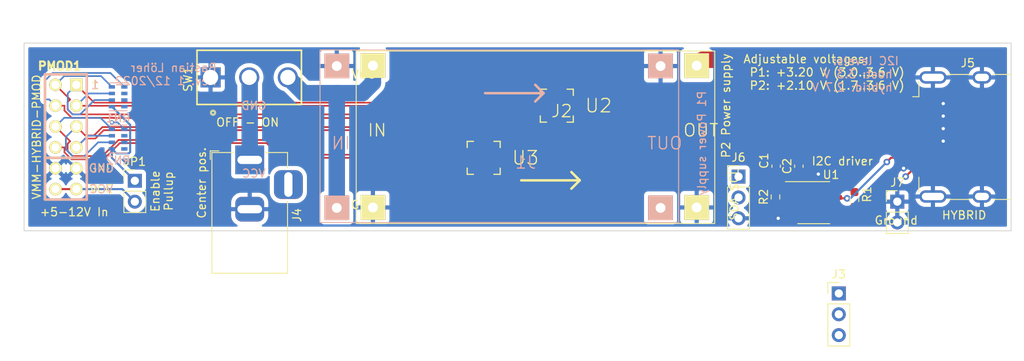
<source format=kicad_pcb>
(kicad_pcb (version 20211014) (generator pcbnew)
  (title_block (comment 4 "AISLER Project ID: AQCJHEKR"))
  (layers (0 "F.Cu" signal) (1 "In1.Cu" signal) (2 "In2.Cu" signal) (31 "B.Cu" signal) (34 "B.Paste" user) (35 "F.Paste" user) (36 "B.SilkS" user "B.Silkscreen") (37 "F.SilkS" user "F.Silkscreen") (38 "B.Mask" user) (39 "F.Mask" user) (44 "Edge.Cuts" user))
  (net 0 "")
  (net 1 "VCC")
  (net 2 "GND")
  (net 3 "/P1")
  (net 4 "/P2")
  (net 5 "/DATA1_P")
  (net 6 "/DATA1_N")
  (net 7 "/DATA2_P")
  (net 8 "/DATA2_N")
  (net 9 "+3.3V")
  (net 10 "/CONTROL_P")
  (net 11 "/CONTROL_N")
  (net 12 "/CLOCK_P")
  (net 13 "/CLOCK_N")
  (net 14 "/MASTER_SLAVE")
  (net 15 "Net-(J1-Pad1)")
  (net 16 "/SCL_vmm")
  (net 17 "/SCL")
  (net 18 "/SDA")
  (net 19 "/SDA_vmm")
  (net 20 "Net-(JP1-Pad1)")
  (net 21 "/DATA1_HDMI_P")
  (net 22 "/DATA1_HDMI_N")
  (net 23 "/DATA2_HDMI_P")
  (net 24 "/DATA2_HDMI_N")
  (net 25 "/CONTROL_HDMI_P")
  (net 26 "/CONTROL_HDMI_N")
  (net 27 "/CLOCK_HDMI_P")
  (net 28 "/CLOCK_HDMI_N")
  (footprint "DS25CP102TSQ:QFN50P400X400X80-17N" (layer "F.Cu") (at 152.4 80.01)
    (fp_text reference "U3" (at 5.08 0) (layer "F.SilkS") (effects (font (size 1.640598 1.640598))))
    (fp_text value "DS25CP102TSQ/NOPB")
    (fp_line (start -2.0066 1.2446) (end -2.0066 2.0066) (layer "F.SilkS") (width 0.1524))
    (fp_line (start -2.0066 -2.0066) (end -2.0066 -1.2446) (layer "F.SilkS") (width 0.1524))
    (fp_line (start -1.2446 -2.0066) (end -2.0066 -2.0066) (layer "F.SilkS") (width 0.1524))
    (fp_line (start 1.2446 2.0066) (end 2.0066 2.0066) (layer "F.SilkS") (width 0.1524))
    (fp_line (start -2.0066 2.0066) (end -1.2446 2.0066) (layer "F.SilkS") (width 0.1524))
    (fp_line (start 2.0066 -2.0066) (end 1.2446 -2.0066) (layer "F.SilkS") (width 0.1524))
    (fp_line (start 2.0066 -1.2446) (end 2.0066 -2.0066) (layer "F.SilkS") (width 0.1524))
    (fp_line (start 2.0066 2.0066) (end 2.0066 1.2446) (layer "F.SilkS") (width 0.1524))
    (pad "1" smd rect locked (at -1.9558 -0.762 270) (size 0.3048 0.8128) (layers "F.Cu" "F.Paste" "F.Mask") (net 10 "/CONTROL_P"))
    (pad "2" smd rect locked (at -1.9558 -0.254 270) (size 0.3048 0.8128) (layers "F.Cu" "F.Paste" "F.Mask") (net 11 "/CONTROL_N"))
    (pad "3" smd rect locked (at -1.9558 0.254 270) (size 0.3048 0.8128) (layers "F.Cu" "F.Paste" "F.Mask") (net 12 "/CLOCK_P"))
    (pad "4" smd rect locked (at -1.9558 0.762 270) (size 0.3048 0.8128) (layers "F.Cu" "F.Paste" "F.Mask") (net 13 "/CLOCK_N"))
    (pad "5" smd rect locked (at -0.762 1.9558 180) (size 0.3048 0.8128) (layers "F.Cu" "F.Paste" "F.Mask") (net 2 "GND"))
    (pad "6" smd rect locked (at -0.254 1.9558 180) (size 0.3048 0.8128) (layers "F.Cu" "F.Paste" "F.Mask") (net 2 "GND"))
    (pad "7" smd rect locked (at 0.254 1.9558 180) (size 0.3048 0.8128) (layers "F.Cu" "F.Paste" "F.Mask") (net 2 "GND"))
    (pad "8" smd rect locked (at 0.762 1.9558 180) (size 0.3048 0.8128) (layers "F.Cu" "F.Paste" "F.Mask") (net 9 "+3.3V"))
    (pad "9" smd rect locked (at 1.9558 0.762 270) (size 0.3048 0.8128) (layers "F.Cu" "F.Paste" "F.Mask") (net 28 "/CLOCK_HDMI_N"))
    (pad "10" smd rect locked (at 1.9558 0.254 270) (size 0.3048 0.8128) (layers "F.Cu" "F.Paste" "F.Mask") (net 27 "/CLOCK_HDMI_P"))
    (pad "11" smd rect locked (at 1.9558 -0.254 270) (size 0.3048 0.8128) (layers "F.Cu" "F.Paste" "F.Mask") (net 26 "/CONTROL_HDMI_N"))
    (pad "12" smd rect locked (at 1.9558 -0.762 270) (size 0.3048 0.8128) (layers "F.Cu" "F.Paste" "F.Mask") (net 25 "/CONTROL_HDMI_P"))
    (pad "13" smd rect locked (at 0.762 -1.9558 180) (size 0.3048 0.8128) (layers "F.Cu" "F.Paste" "F.Mask") (net 9 "+3.3V"))
    (pad "14" smd rect locked (at 0.254 -1.9558 180) (size 0.3048 0.8128) (layers "F.Cu" "F.Paste" "F.Mask") (net 9 "+3.3V"))
    (pad "15" smd rect locked (at -0.254 -1.9558 180) (size 0.3048 0.8128) (layers "F.Cu" "F.Paste" "F.Mask") (net 9 "+3.3V"))
    (pad "16" smd rect locked (at -0.762 -1.9558 180) (size 0.3048 0.8128) (layers "F.Cu" "F.Paste" "F.Mask") (net 9 "+3.3V"))
    (pad "17" smd rect locked (at 0 0) (size 2.5908 2.5908) (layers "F.Cu" "F.Paste" "F.Mask") (net 2 "GND"))
  )
  (footprint "Connector_PinHeader_2.54mm:PinHeader_1x03_P2.54mm_Vertical" (layer "F.Cu") (at 195.58 96.52)
    (fp_text reference "J3" (at 0 -2.33) (layer "F.SilkS"))
    (fp_text value "I2C Connector")
    (fp_line (start -1.33 6.41) (end 1.33 6.41) (layer "F.SilkS") (width 0.12))
    (fp_line (start -1.33 1.27) (end 1.33 1.27) (layer "F.SilkS") (width 0.12))
    (fp_line (start -1.33 1.27) (end -1.33 6.41) (layer "F.SilkS") (width 0.12))
    (fp_line (start -1.33 -1.33) (end 0 -1.33) (layer "F.SilkS") (width 0.12))
    (fp_line (start 1.33 1.27) (end 1.33 6.41) (layer "F.SilkS") (width 0.12))
    (fp_line (start -1.33 0) (end -1.33 -1.33) (layer "F.SilkS") (width 0.12))
    (pad "1" thru_hole rect (at 0 0) (size 1.7 1.7) (drill 1) (layers *.Cu *.Mask) (net 16 "/SCL_vmm"))
    (pad "2" thru_hole oval (at 0 2.54) (size 1.7 1.7) (drill 1) (layers *.Cu *.Mask) (net 19 "/SDA_vmm"))
    (pad "3" thru_hole oval (at 0 5.08) (size 1.7 1.7) (drill 1) (layers *.Cu *.Mask) (net 2 "GND"))
  )
  (footprint "Connector_HDMI:HDMI_A_Molex_208658-1001_Horizontal" (layer "F.Cu") (at 209.55 77.47)
    (fp_text reference "J5" (at 1.715 -9) (layer "F.SilkS"))
    (fp_text value "HDMI_A")
    (fp_line (start 4.815 -7.61) (end 6.915 -7.61) (layer "F.SilkS") (width 0.12))
    (fp_line (start -4.235 -4.9) (end -4.235 -6.7) (layer "F.SilkS") (width 0.12))
    (fp_line (start -4.235 6.7) (end -4.235 4.9) (layer "F.SilkS") (width 0.12))
    (fp_line (start -4.985 -4.9) (end -4.235 -4.9) (layer "F.SilkS") (width 0.12))
    (fp_line (start 4.815 7.61) (end 6.915 7.61) (layer "F.SilkS") (width 0.12))
    (fp_line (start -0.685 7.61) (end 2.115 7.61) (layer "F.SilkS") (width 0.12))
    (fp_line (start -0.685 -7.61) (end 2.115 -7.61) (layer "F.SilkS") (width 0.12))
    (pad "1" smd rect (at -3.285 -4.5) (size 2.6 0.3) (layers "F.Cu" "F.Paste" "F.Mask") (net 21 "/DATA1_HDMI_P"))
    (pad "2" smd rect (at -3.285 -4) (size 2.6 0.3) (layers "F.Cu" "F.Paste" "F.Mask") (net 2 "GND"))
    (pad "3" smd rect (at -3.285 -3.5) (size 2.6 0.3) (layers "F.Cu" "F.Paste" "F.Mask") (net 22 "/DATA1_HDMI_N"))
    (pad "4" smd rect (at -3.285 -3) (size 2.6 0.3) (layers "F.Cu" "F.Paste" "F.Mask") (net 23 "/DATA2_HDMI_P"))
    (pad "5" smd rect (at -3.285 -2.5) (size 2.6 0.3) (layers "F.Cu" "F.Paste" "F.Mask") (net 2 "GND"))
    (pad "6" smd rect (at -3.285 -2) (size 2.6 0.3) (layers "F.Cu" "F.Paste" "F.Mask") (net 24 "/DATA2_HDMI_N"))
    (pad "7" smd rect (at -3.285 -1.5) (size 2.6 0.3) (layers "F.Cu" "F.Paste" "F.Mask") (net 25 "/CONTROL_HDMI_P"))
    (pad "8" smd rect (at -3.285 -1) (size 2.6 0.3) (layers "F.Cu" "F.Paste" "F.Mask") (net 2 "GND"))
    (pad "9" smd rect (at -3.285 -0.5) (size 2.6 0.3) (layers "F.Cu" "F.Paste" "F.Mask") (net 26 "/CONTROL_HDMI_N"))
    (pad "10" smd rect (at -3.285 0) (size 2.6 0.3) (layers "F.Cu" "F.Paste" "F.Mask") (net 27 "/CLOCK_HDMI_P"))
    (pad "11" smd rect (at -3.285 0.5) (size 2.6 0.3) (layers "F.Cu" "F.Paste" "F.Mask") (net 2 "GND"))
    (pad "12" smd rect (at -3.285 1) (size 2.6 0.3) (layers "F.Cu" "F.Paste" "F.Mask") (net 28 "/CLOCK_HDMI_N"))
    (pad "13" smd rect (at -3.285 1.5) (size 2.6 0.3) (layers "F.Cu" "F.Paste" "F.Mask") (net 14 "/MASTER_SLAVE"))
    (pad "14" smd rect (at -3.285 2) (size 2.6 0.3) (layers "F.Cu" "F.Paste" "F.Mask") (net 4 "/P2"))
    (pad "15" smd rect (at -3.285 2.5) (size 2.6 0.3) (layers "F.Cu" "F.Paste" "F.Mask") (net 16 "/SCL_vmm"))
    (pad "16" smd rect (at -3.285 3) (size 2.6 0.3) (layers "F.Cu" "F.Paste" "F.Mask") (net 19 "/SDA_vmm"))
    (pad "17" smd rect (at -3.285 3.5) (size 2.6 0.3) (layers "F.Cu" "F.Paste" "F.Mask") (net 2 "GND"))
    (pad "18" smd rect (at -3.285 4) (size 2.6 0.3) (layers "F.Cu" "F.Paste" "F.Mask") (net 3 "/P1"))
    (pad "19" smd rect (at -3.285 4.5) (size 2.6 0.3) (layers "F.Cu" "F.Paste" "F.Mask") (net 4 "/P2"))
    (pad "SH" thru_hole oval (at -2.525 -7.25) (size 3.3 1.5) (drill oval 2.7 0.9) (layers *.Cu *.Mask) (net 2 "GND"))
    (pad "SH" thru_hole oval (at -2.525 7.25) (size 3.3 1.5) (drill oval 2.7 0.9) (layers *.Cu *.Mask) (net 2 "GND"))
    (pad "SH" thru_hole oval (at 3.435 7.25) (size 2.3 1.5) (drill oval 1.7 0.9) (layers *.Cu *.Mask) (net 2 "GND"))
    (pad "SH" thru_hole oval (at 3.435 -7.25) (size 2.3 1.5) (drill oval 1.7 0.9) (layers *.Cu *.Mask) (net 2 "GND"))
  )
  (footprint "Capacitor_SMD:C_0603_1608Metric_Pad1.08x0.95mm_HandSolder" (layer "F.Cu") (at 187.96 81.026 90)
    (fp_text reference "C1" (at 0.6604 -1.4732 90) (layer "F.SilkS"))
    (fp_text value "1u")
    (fp_line (start -0.146267 -0.51) (end 0.146267 -0.51) (layer "F.SilkS") (width 0.12))
    (fp_line (start -0.146267 0.51) (end 0.146267 0.51) (layer "F.SilkS") (width 0.12))
    (pad "1" smd roundrect (at -0.8625 0 90) (size 1.075 0.95) (layers "F.Cu" "F.Paste" "F.Mask") (net 9 "+3.3V"))
    (pad "2" smd roundrect (at 0.8625 0 90) (size 1.075 0.95) (layers "F.Cu" "F.Paste" "F.Mask") (net 2 "GND"))
  )
  (footprint "DS25CP102TSQ:QFN50P400X400X80-17N" (layer "F.Cu") (at 161.29 73.66)
    (fp_text reference "U2" (at 5.08 0) (layer "F.SilkS") (effects (font (size 1.640598 1.640598))))
    (fp_text value "DS25CP102TSQ/NOPB")
    (fp_line (start -2.0066 1.2446) (end -2.0066 2.0066) (layer "F.SilkS") (width 0.1524))
    (fp_line (start -1.2446 -2.0066) (end -2.0066 -2.0066) (layer "F.SilkS") (width 0.1524))
    (fp_line (start -2.0066 2.0066) (end -1.2446 2.0066) (layer "F.SilkS") (width 0.1524))
    (fp_line (start 2.0066 -1.2446) (end 2.0066 -2.0066) (layer "F.SilkS") (width 0.1524))
    (fp_line (start 1.2446 2.0066) (end 2.0066 2.0066) (layer "F.SilkS") (width 0.1524))
    (fp_line (start -2.0066 -2.0066) (end -2.0066 -1.2446) (layer "F.SilkS") (width 0.1524))
    (fp_line (start 2.0066 2.0066) (end 2.0066 1.2446) (layer "F.SilkS") (width 0.1524))
    (fp_line (start 2.0066 -2.0066) (end 1.2446 -2.0066) (layer "F.SilkS") (width 0.1524))
    (pad "1" smd rect locked (at -1.9558 -0.762 270) (size 0.3048 0.8128) (layers "F.Cu" "F.Paste" "F.Mask") (net 21 "/DATA1_HDMI_P"))
    (pad "2" smd rect locked (at -1.9558 -0.254 270) (size 0.3048 0.8128) (layers "F.Cu" "F.Paste" "F.Mask") (net 22 "/DATA1_HDMI_N"))
    (pad "3" smd rect locked (at -1.9558 0.254 270) (size 0.3048 0.8128) (layers "F.Cu" "F.Paste" "F.Mask") (net 23 "/DATA2_HDMI_P"))
    (pad "4" smd rect locked (at -1.9558 0.762 270) (size 0.3048 0.8128) (layers "F.Cu" "F.Paste" "F.Mask") (net 24 "/DATA2_HDMI_N"))
    (pad "5" smd rect locked (at -0.762 1.9558 180) (size 0.3048 0.8128) (layers "F.Cu" "F.Paste" "F.Mask") (net 2 "GND"))
    (pad "6" smd rect locked (at -0.254 1.9558 180) (size 0.3048 0.8128) (layers "F.Cu" "F.Paste" "F.Mask") (net 9 "+3.3V"))
    (pad "7" smd rect locked (at 0.254 1.9558 180) (size 0.3048 0.8128) (layers "F.Cu" "F.Paste" "F.Mask") (net 2 "GND"))
    (pad "8" smd rect locked (at 0.762 1.9558 180) (size 0.3048 0.8128) (layers "F.Cu" "F.Paste" "F.Mask") (net 9 "+3.3V"))
    (pad "9" smd rect locked (at 1.9558 0.762 270) (size 0.3048 0.8128) (layers "F.Cu" "F.Paste" "F.Mask") (net 8 "/DATA2_N"))
    (pad "10" smd rect locked (at 1.9558 0.254 270) (size 0.3048 0.8128) (layers "F.Cu" "F.Paste" "F.Mask") (net 7 "/DATA2_P"))
    (pad "11" smd rect locked (at 1.9558 -0.254 270) (size 0.3048 0.8128) (layers "F.Cu" "F.Paste" "F.Mask") (net 6 "/DATA1_N"))
    (pad "12" smd rect locked (at 1.9558 -0.762 270) (size 0.3048 0.8128) (layers "F.Cu" "F.Paste" "F.Mask") (net 5 "/DATA1_P"))
    (pad "13" smd rect locked (at 0.762 -1.9558 180) (size 0.3048 0.8128) (layers "F.Cu" "F.Paste" "F.Mask") (net 9 "+3.3V"))
    (pad "14" smd rect locked (at 0.254 -1.9558 180) (size 0.3048 0.8128) (layers "F.Cu" "F.Paste" "F.Mask") (net 9 "+3.3V"))
    (pad "15" smd rect locked (at -0.254 -1.9558 180) (size 0.3048 0.8128) (layers "F.Cu" "F.Paste" "F.Mask") (net 2 "GND"))
    (pad "16" smd rect locked (at -0.762 -1.9558 180) (size 0.3048 0.8128) (layers "F.Cu" "F.Paste" "F.Mask") (net 9 "+3.3V"))
    (pad "17" smd rect locked (at 0 0) (size 2.5908 2.5908) (layers "F.Cu" "F.Paste" "F.Mask") (net 2 "GND"))
  )
  (footprint "Connector_PinHeader_2.54mm:PinHeader_1x03_P2.54mm_Vertical" (layer "F.Cu") (at 183.388 82.296)
    (fp_text reference "J6" (at 0 -2.33) (layer "F.SilkS"))
    (fp_text value "I2C Connector")
    (fp_line (start -1.33 6.41) (end 1.33 6.41) (layer "F.SilkS") (width 0.12))
    (fp_line (start -1.33 1.27) (end 1.33 1.27) (layer "F.SilkS") (width 0.12))
    (fp_line (start 1.33 1.27) (end 1.33 6.41) (layer "F.SilkS") (width 0.12))
    (fp_line (start -1.33 0) (end -1.33 -1.33) (layer "F.SilkS") (width 0.12))
    (fp_line (start -1.33 1.27) (end -1.33 6.41) (layer "F.SilkS") (width 0.12))
    (fp_line (start -1.33 -1.33) (end 0 -1.33) (layer "F.SilkS") (width 0.12))
    (pad "1" thru_hole rect (at 0 0) (size 1.7 1.7) (drill 1) (layers *.Cu *.Mask) (net 17 "/SCL"))
    (pad "2" thru_hole oval (at 0 2.54) (size 1.7 1.7) (drill 1) (layers *.Cu *.Mask) (net 18 "/SDA"))
    (pad "3" thru_hole oval (at 0 5.08) (size 1.7 1.7) (drill 1) (layers *.Cu *.Mask) (net 2 "GND"))
  )
  (footprint "Resistor_SMD:R_0603_1608Metric_Pad0.98x0.95mm_HandSolder" (layer "F.Cu") (at 187.88065 84.773007 90)
    (fp_text reference "R2" (at 0 -1.43 90) (layer "F.SilkS"))
    (fp_text value "1k")
    (fp_line (start -0.254724 0.5225) (end 0.254724 0.5225) (layer "F.SilkS") (width 0.12))
    (fp_line (start -0.254724 -0.5225) (end 0.254724 -0.5225) (layer "F.SilkS") (width 0.12))
    (pad "1" smd roundrect (at -0.9125 0 90) (size 0.975 0.95) (layers "F.Cu" "F.Paste" "F.Mask") (net 9 "+3.3V"))
    (pad "2" smd roundrect (at 0.9125 0 90) (size 0.975 0.95) (layers "F.Cu" "F.Paste" "F.Mask") (net 18 "/SDA"))
  )
  (footprint "Connector_PinHeader_2.54mm:PinHeader_1x02_P2.54mm_Vertical" (layer "F.Cu") (at 202.692 85.344)
    (fp_text reference "J7" (at 0 -2.33) (layer "F.SilkS"))
    (fp_text value "Ground Pin")
    (fp_line (start -1.33 0) (end -1.33 -1.33) (layer "F.SilkS") (width 0.12))
    (fp_line (start -1.33 1.27) (end -1.33 3.87) (layer "F.SilkS") (width 0.12))
    (fp_line (start -1.33 -1.33) (end 0 -1.33) (layer "F.SilkS") (width 0.12))
    (fp_line (start -1.33 3.87) (end 1.33 3.87) (layer "F.SilkS") (width 0.12))
    (fp_line (start -1.33 1.27) (end 1.33 1.27) (layer "F.SilkS") (width 0.12))
    (fp_line (start 1.33 1.27) (end 1.33 3.87) (layer "F.SilkS") (width 0.12))
    (pad "1" thru_hole rect (at 0 0) (size 1.7 1.7) (drill 1) (layers *.Cu *.Mask) (net 2 "GND"))
    (pad "2" thru_hole oval (at 0 2.54) (size 1.7 1.7) (drill 1) (layers *.Cu *.Mask) (net 2 "GND"))
  )
  (footprint "cuk1101M2S3CQE2:SW_1101M2S3CQE2" (layer "F.Cu") (at 123.891286 70.216348 90)
    (fp_text reference "SW1" (at -0.22543 -7.44928 90) (layer "F.SilkS") (effects (font (size 1.001921 1.001921))))
    (fp_text value "SW_SPST")
    (fp_line (start -3.3 6.35) (end -3.3 -6.35) (layer "F.SilkS") (width 0.2))
    (fp_line (start -3.3 -6.35) (end 3.3 -6.35) (layer "F.SilkS") (width 0.2))
    (fp_line (start 3.3 6.35) (end -3.3 6.35) (layer "F.SilkS") (width 0.2))
    (fp_line (start 3.3 -6.35) (end 3.3 6.35) (layer "F.SilkS") (width 0.2))
    (fp_circle (center -4.3 -4.4) (end -4.076394 -4.4) (layer "F.SilkS") (width 0.05) (fill none))
    (fp_circle (center -4.3 -4.4) (end -3.939447 -4.4) (layer "F.SilkS") (width 0.05) (fill none))
    (fp_circle (center -4.3 -4.4) (end -4.076394 -4.4) (layer "F.SilkS") (width 0.05) (fill none))
    (fp_circle (center -4.3 -4.4) (end -4.017159 -4.4) (layer "F.SilkS") (width 0.05) (fill none))
    (fp_circle (center -4.3 -4.4) (end -4.076394 -4.4) (layer "F.SilkS") (width 0.05) (fill none))
    (fp_circle (center -4.3 -4.4) (end -4.158581 -4.4) (layer "F.SilkS") (width 0.05) (fill none))
    (pad "1" thru_hole rect locked (at 0 -4.7 90) (size 2.45 2.45) (drill 1.85) (layers *.Cu *.Mask) (net 2 "GND"))
    (pad "2" thru_hole circle locked (at 0 0 90) (size 2.45 2.45) (drill 1.85) (layers *.Cu *.Mask) (net 1 "VCC"))
    (pad "3" thru_hole circle locked (at 0 4.7 90) (size 2.45 2.45) (drill 1.85) (layers *.Cu *.Mask) (net 15 "Net-(J1-Pad1)"))
  )
  (footprint "pmod-conn_6x2:pmod_pin_array_6x2" (layer "F.Cu") (at 101.6 77.47)
    (fp_text reference "PMOD1" (at -0.762 -8.636) (layer "F.SilkS") (effects (font (size 1.016 1.016) (thickness 0.254))))
    (fp_text value "PMOD-Device-x2-Type-XHS" hide)
    (fp_text user "1" (at 3.556 -6.35) (layer "B.SilkS") (effects (justify mirror)))
    (fp_text user "VCC" (at 4.318 6.35) (layer "B.SilkS") (effects (justify mirror)))
    (fp_text user "GND" (at 4.318 3.81) (layer "B.SilkS") (effects (justify mirror)))
    (fp_text user "1" (at 3.556 -6.35) (layer "F.SilkS"))
    (fp_text user "VCC" (at 4.318 6.35) (layer "F.SilkS"))
    (fp_text user "GND" (at 4.318 3.81) (layer "F.SilkS"))
    (fp_line (start 2.54 7.62) (end 2.54 -7.62) (layer "B.SilkS") (width 0.3048))
    (fp_line (start 2.54 -7.62) (end -2.54 -7.62) (layer "B.SilkS") (width 0.3048))
    (fp_line (start 2.54 2.54) (end -2.54 2.54) (layer "B.SilkS") (width 0.3048))
    (fp_line (start -2.54 -7.62) (end -2.54 7.62) (layer "B.SilkS") (width 0.3048))
    (fp_line (start -2.54 7.62) (end 2.54 7.62) (layer "B.SilkS") (width 0.3048))
    (fp_line (start -2.54 -7.62) (end -2.54 7.62) (layer "F.SilkS") (width 0.3048))
    (fp_line (start 2.54 7.62) (end 2.54 -7.62) (layer "F.SilkS") (width 0.3048))
    (fp_line (start 2.54 -7.62) (end -2.54 -7.62) (layer "F.SilkS") (width 0.3048))
    (fp_line (start -2.54 7.62) (end 2.54 7.62) (layer "F.SilkS") (width 0.3048))
    (fp_line (start 2.54 2.54) (end -2.54 2.54) (layer "F.SilkS") (width 0.3048))
    (pad "1" thru_hole rect locked (at 1.27 -6.35) (size 1.524 1.524) (drill 1.016) (layers *.Cu *.Mask "F.SilkS") (net 5 "/DATA1_P"))
    (pad "2" thru_hole circle locked (at 1.27 -3.81 270) (size 1.524 1.524) (drill 1.016) (layers *.Cu *.Mask "F.SilkS") (net 6 "/DATA1_N"))
    (pad "3" thru_hole circle locked (at 1.27 -1.27 270) (size 1.524 1.524) (drill 1.016) (layers *.Cu *.Mask "F.SilkS") (net 10 "/CONTROL_P"))
    (pad "4" thru_hole circle locked (at 1.27 1.27 270) (size 1.524 1.524) (drill 1.016) (layers *.Cu *.Mask "F.SilkS") (net 11 "/CONTROL_N"))
    (pad "5" thru_hole circle locked (at 1.27 3.81 270) (size 1.524 1.524) (drill 1.016) (layers *.Cu *.Mask "F.SilkS") (net 2 "GND"))
    (pad "6" thru_hole circle locked (at 1.27 6.35 270) (size 1.524 1.524) (drill 1.016) (layers *.Cu *.Mask "F.SilkS") (net 9 "+3.3V"))
    (pad "7" thru_hole circle locked (at -1.27 -6.35 270) (size 1.524 1.524) (drill 1.016) (layers *.Cu *.Mask "F.SilkS") (net 7 "/DATA2_P"))
    (pad "8" thru_hole circle locked (at -1.27 -3.81 270) (size 1.524 1.524) (drill 1.016) (layers *.Cu *.Mask "F.SilkS") (net 8 "/DATA2_N"))
    (pad "9" thru_hole circle locked (at -1.27 -1.27 270) (size 1.524 1.524) (drill 1.016) (layers *.Cu *.Mask "F.SilkS") (net 12 "/CLOCK_P"))
    (pad "10" thru_hole circle locked (at -1.27 1.27 270) (size 1.524 1.524) (drill 1.016) (layers *.Cu *.Mask "F.SilkS") (net 13 "/CLOCK_N"))
    (pad "11" thru_hole circle locked (at -1.27 3.81 270) (size 1.524 1.524) (drill 1.016) (layers *.Cu *.Mask "F.SilkS") (net 2 "GND"))
    (pad "12" thru_hole circle locked (at -1.27 6.35 270) (size 1.524 1.524) (drill 1.016) (layers *.Cu *.Mask "F.SilkS") (net 9 "+3.3V"))
  )
  (footprint "Resistor_SMD:R_0603_1608Metric_Pad0.98x0.95mm_HandSolder" (layer "F.Cu") (at 197.485 85.09 -90)
    (fp_text reference "R1" (at -0.635 -1.524 90) (layer "F.SilkS"))
    (fp_text value "1k")
    (fp_line (start -0.254724 0.5225) (end 0.254724 0.5225) (layer "F.SilkS") (width 0.12))
    (fp_line (start -0.254724 -0.5225) (end 0.254724 -0.5225) (layer "F.SilkS") (width 0.12))
    (pad "1" smd roundrect (at -0.9125 0 270) (size 0.975 0.95) (layers "F.Cu" "F.Paste" "F.Mask") (net 9 "+3.3V"))
    (pad "2" smd roundrect (at 0.9125 0 270) (size 0.975 0.95) (layers "F.Cu" "F.Paste" "F.Mask") (net 17 "/SCL"))
  )
  (footprint "Connector_BarrelJack:BarrelJack_Horizontal" (layer "F.Cu") (at 123.952 80.264 90)
    (fp_text reference "J4" (at -6.731 5.75 90) (layer "F.SilkS"))
    (fp_text value "Jack-DC")
    (fp_line (start -5 4.6) (end -13.8 4.6) (layer "F.SilkS") (width 0.12))
    (fp_line (start 0.9 4.6) (end -1 4.6) (layer "F.SilkS") (width 0.12))
    (fp_line (start 0.05 -4.8) (end 1.1 -4.8) (layer "F.SilkS") (width 0.12))
    (fp_line (start -13.8 4.6) (end -13.8 -4.6) (layer "F.SilkS") (width 0.12))
    (fp_line (start 1.1 -3.75) (end 1.1 -4.8) (layer "F.SilkS") (width 0.12))
    (fp_line (start 0.9 -4.6) (end 0.9 -2) (layer "F.SilkS") (width 0.12))
    (fp_line (start -13.8 -4.6) (end 0.9 -4.6) (layer "F.SilkS") (width 0.12))
    (fp_line (start 0.9 1.9) (end 0.9 4.6) (layer "F.SilkS") (width 0.12))
    (pad "1" thru_hole rect (at 0 0 90) (size 3.5 3.5) (drill oval 1 3) (layers *.Cu *.Mask) (net 1 "VCC"))
    (pad "2" thru_hole roundrect (at -6 0 90) (size 3 3.5) (drill oval 1 3) (layers *.Cu *.Mask) (net 2 "GND"))
    (pad "3" thru_hole roundrect (at -3 4.7 90) (size 3.5 3.5) (drill oval 3 1) (layers *.Cu *.Mask))
  )
  (footprint "Connector_PinHeader_2.54mm:PinHeader_1x02_P2.54mm_Vertical" (layer "F.Cu") (at 109.982 82.804)
    (fp_text reference "JP1" (at 0 -2.33) (layer "F.SilkS"))
    (fp_text value "TMDS_Pullup_enable")
    (fp_line (start -1.33 1.27) (end -1.33 3.87) (layer "F.SilkS") (width 0.12))
    (fp_line (start -1.33 3.87) (end 1.33 3.87) (layer "F.SilkS") (width 0.12))
    (fp_line (start -1.33 1.27) (end 1.33 1.27) (layer "F.SilkS") (width 0.12))
    (fp_line (start -1.33 -1.33) (end 0 -1.33) (layer "F.SilkS") (width 0.12))
    (fp_line (start 1.33 1.27) (end 1.33 3.87) (layer "F.SilkS") (width 0.12))
    (fp_line (start -1.33 0) (end -1.33 -1.33) (layer "F.SilkS") (width 0.12))
    (pad "1" thru_hole rect (at 0 0) (size 1.7 1.7) (drill 1) (layers *.Cu *.Mask) (net 20 "Net-(JP1-Pad1)"))
    (pad "2" thru_hole oval (at 0 2.54) (size 1.7 1.7) (drill 1) (layers *.Cu *.Mask) (net 9 "+3.3V"))
  )
  (footprint "DC_DC_LM2596_small:DC_DC_LM2596_small_short" (layer "F.Cu") (at 161.7912 76.6572)
    (fp_text reference "J2" (at 0.1016 -2.3368 180) (layer "F.SilkS") (effects (font (size 1.5 1.5))))
    (fp_text value "P2 Power supply" (at 20.0728 -2.9972 90) (layer "F.SilkS"))
    (fp_text user "OUT" (at 17.018 0 180) (layer "F.SilkS") (effects (font (size 1.5 1.5))))
    (fp_text user "IN" (at -22.352 0 180) (layer "F.SilkS") (effects (font (size 1.5 1.5))))
    (fp_line (start -4.826 6.096) (end 2.286 6.096) (layer "F.SilkS") (width 0.3))
    (fp_line (start 2.286 6.096) (end 1.27 7.112) (layer "F.SilkS") (width 0.3))
    (fp_line (start 1.27 5.08) (end 2.286 6.096) (layer "F.SilkS") (width 0.12))
    (fp_line (start 2.286 6.096) (end 1.27 5.08) (layer "F.SilkS") (width 0.3))
    (fp_rect (start -24.892 -9.652) (end 18.708 11.348) (layer "F.SilkS") (width 0.12) (fill none))
    (pad "1" thru_hole rect (at -22.86 -7.874) (size 3 3) (drill 1.2) (layers *.Cu *.Mask "F.SilkS") (net 15 "Net-(J1-Pad1)"))
    (pad "2" thru_hole rect (at -22.86 9.398) (size 3 3) (drill 1.2) (layers *.Cu *.Mask "F.SilkS") (net 2 "GND"))
    (pad "3" thru_hole rect (at 16.51 -7.874) (size 3 3) (drill 1.2) (layers *.Cu *.Mask "F.SilkS") (net 4 "/P2"))
    (pad "4" thru_hole rect (at 16.51 9.398) (size 3 3) (drill 1.2) (layers *.Cu *.Mask "F.SilkS") (net 2 "GND"))
  )
  (footprint "Capacitor_SMD:C_0603_1608Metric_Pad1.08x0.95mm_HandSolder" (layer "F.Cu") (at 190.724 81.026 90)
    (fp_text reference "C2" (at 0 -1.43 90) (layer "F.SilkS"))
    (fp_text value "100n")
    (fp_line (start -0.146267 -0.51) (end 0.146267 -0.51) (layer "F.SilkS") (width 0.12))
    (fp_line (start -0.146267 0.51) (end 0.146267 0.51) (layer "F.SilkS") (width 0.12))
    (pad "1" smd roundrect (at -0.8625 0 90) (size 1.075 0.95) (layers "F.Cu" "F.Paste" "F.Mask") (net 9 "+3.3V"))
    (pad "2" smd roundrect (at 0.8625 0 90) (size 1.075 0.95) (layers "F.Cu" "F.Paste" "F.Mask") (net 2 "GND"))
  )
  (footprint "Package_SO:SOIC-8_3.9x4.9mm_P1.27mm" (layer "F.Cu") (at 192.532 85.471)
    (fp_text reference "U1" (at 2.1082 -3.4036) (layer "F.SilkS"))
    (fp_text value "P82B715")
    (fp_line (start 0 2.56) (end -1.95 2.56) (layer "F.SilkS") (width 0.12))
    (fp_line (start 0 -2.56) (end 1.95 -2.56) (layer "F.SilkS") (width 0.12))
    (fp_line (start 0 -2.56) (end -3.45 -2.56) (layer "F.SilkS") (width 0.12))
    (fp_line (start 0 2.56) (end 1.95 2.56) (layer "F.SilkS") (width 0.12))
    (pad "1" smd roundrect (at -2.475 -1.905) (size 1.95 0.6) (layers "F.Cu" "F.Paste" "F.Mask"))
    (pad "2" smd roundrect (at -2.475 -0.635) (size 1.95 0.6) (layers "F.Cu" "F.Paste" "F.Mask") (net 19 "/SDA_vmm"))
    (pad "3" smd roundrect (at -2.475 0.635) (size 1.95 0.6) (layers "F.Cu" "F.Paste" "F.Mask") (net 18 "/SDA"))
    (pad "4" smd roundrect (at -2.475 1.905) (size 1.95 0.6) (layers "F.Cu" "F.Paste" "F.Mask") (net 2 "GND"))
    (pad "5" smd roundrect (at 2.475 1.905) (size 1.95 0.6) (layers "F.Cu" "F.Paste" "F.Mask"))
    (pad "6" smd roundrect (at 2.475 0.635) (size 1.95 0.6) (layers "F.Cu" "F.Paste" "F.Mask") (net 17 "/SCL"))
    (pad "7" smd roundrect (at 2.475 -0.635) (size 1.95 0.6) (layers "F.Cu" "F.Paste" "F.Mask") (net 16 "/SCL_vmm"))
    (pad "8" smd roundrect (at 2.475 -1.905) (size 1.95 0.6) (layers "F.Cu" "F.Paste" "F.Mask") (net 9 "+3.3V"))
  )
  (footprint "Resistor_SMD:R_Cat16-4" (layer "B.Cu") (at 107.95 77.724)
    (fp_text reference "RN2" (at 0 2.6) (layer "B.SilkS") (effects (justify mirror)))
    (fp_text value "R_Network04")
    (fp_line (start 1.1 -1.7) (end -1.1 -1.7) (layer "B.SilkS") (width 0.12))
    (fp_line (start 1.1 1.7) (end -1.1 1.7) (layer "B.SilkS") (width 0.12))
    (pad "1" smd rect (at -0.76 1.2 180) (size 0.76 0.43) (layers "B.Cu" "B.Paste" "B.Mask") (net 20 "Net-(JP1-Pad1)"))
    (pad "2" smd rect (at -0.76 0.4 180) (size 0.76 0.43) (layers "B.Cu" "B.Paste" "B.Mask") (net 10 "/CONTROL_P"))
    (pad "3" smd rect (at -0.76 -0.4 180) (size 0.76 0.43) (layers "B.Cu" "B.Paste" "B.Mask") (net 11 "/CONTROL_N"))
    (pad "4" smd rect (at -0.76 -1.2 180) (size 0.76 0.43) (layers "B.Cu" "B.Paste" "B.Mask") (net 12 "/CLOCK_P"))
    (pad "5" smd rect (at 0.76 -1.2 180) (size 0.76 0.43) (layers "B.Cu" "B.Paste" "B.Mask") (net 13 "/CLOCK_N"))
    (pad "6" smd rect (at 0.76 -0.4 180) (size 0.76 0.43) (layers "B.Cu" "B.Paste" "B.Mask"))
    (pad "7" smd rect (at 0.76 0.4 180) (size 0.76 0.43) (layers "B.Cu" "B.Paste" "B.Mask"))
    (pad "8" smd rect (at 0.76 1.2 180) (size 0.76 0.43) (layers "B.Cu" "B.Paste" "B.Mask"))
  )
  (footprint "Resistor_SMD:R_Cat16-4" (layer "B.Cu") (at 107.948 72.574)
    (fp_text reference "RN1" (at 0 2.6) (layer "B.SilkS") (effects (justify mirror)))
    (fp_text value "R_Network04")
    (fp_line (start 1.1 1.7) (end -1.1 1.7) (layer "B.SilkS") (width 0.12))
    (fp_line (start 1.1 -1.7) (end -1.1 -1.7) (layer "B.SilkS") (width 0.12))
    (pad "1" smd rect (at -0.76 1.2 180) (size 0.76 0.43) (layers "B.Cu" "B.Paste" "B.Mask") (net 20 "Net-(JP1-Pad1)"))
    (pad "2" smd rect (at -0.76 0.4 180) (size 0.76 0.43) (layers "B.Cu" "B.Paste" "B.Mask") (net 5 "/DATA1_P"))
    (pad "3" smd rect (at -0.76 -0.4 180) (size 0.76 0.43) (layers "B.Cu" "B.Paste" "B.Mask") (net 6 "/DATA1_N"))
    (pad "4" smd rect (at -0.76 -1.2 180) (size 0.76 0.43) (layers "B.Cu" "B.Paste" "B.Mask") (net 7 "/DATA2_P"))
    (pad "5" smd rect (at 0.76 -1.2 180) (size 0.76 0.43) (layers "B.Cu" "B.Paste" "B.Mask") (net 8 "/DATA2_N"))
    (pad "6" smd rect (at 0.76 -0.4 180) (size 0.76 0.43) (layers "B.Cu" "B.Paste" "B.Mask"))
    (pad "7" smd rect (at 0.76 0.4 180) (size 0.76 0.43) (layers "B.Cu" "B.Paste" "B.Mask"))
    (pad "8" smd rect (at 0.76 1.2 180) (size 0.76 0.43) (layers "B.Cu" "B.Paste" "B.Mask"))
  )
  (footprint "DC_DC_LM2596_small:DC_DC_LM2596_small_short" (layer "B.Cu") (at 157.397 78.232)
    (fp_text reference "J1" (at 0.1016 2.3368 180) (layer "B.SilkS") (effects (font (size 1.5 1.5)) (justify mirror)))
    (fp_text value "P1 Power supply" (at 21.532764 0 270) (layer "B.SilkS") (effects (justify mirror)))
    (fp_text user "OUT" (at 17.018 0 180) (layer "B.SilkS") (effects (font (size 1.5 1.5)) (justify mirror)))
    (fp_text user "IN" (at -22.352 0 180) (layer "B.SilkS") (effects (font (size 1.5 1.5)) (justify mirror)))
    (fp_line (start 1.27 -5.08) (end 2.286 -6.096) (layer "B.SilkS") (width 0.12))
    (fp_line (start -4.826 -6.096) (end 2.286 -6.096) (layer "B.SilkS") (width 0.3))
    (fp_line (start 2.286 -6.096) (end 1.27 -7.112) (layer "B.SilkS") (width 0.3))
    (fp_line (start 2.286 -6.096) (end 1.27 -5.08) (layer "B.SilkS") (width 0.3))
    (fp_rect (start -24.892 9.652) (end 18.708 -11.348) (layer "B.SilkS") (width 0.12) (fill none))
    (pad "1" thru_hole rect (at -22.86 7.874) (size 3 3) (drill 1.2) (layers *.Cu *.Mask "B.SilkS") (net 15 "Net-(J1-Pad1)"))
    (pad "2" thru_hole rect (at -22.86 -9.398) (size 3 3) (drill 1.2) (layers *.Cu *.Mask "B.SilkS") (net 2 "GND"))
    (pad "3" thru_hole rect (at 16.51 7.874) (size 3 3) (drill 1.2) (layers *.Cu *.Mask "B.SilkS") (net 3 "/P1"))
    (pad "4" thru_hole rect (at 16.51 -9.398) (size 3 3) (drill 1.2) (layers *.Cu *.Mask "B.SilkS") (net 2 "GND"))
  )
  (gr_rect (start 96.52 66.04) (end 216.535 88.9) (layer "Edge.Cuts") (width 0.1) (fill none))
  (gr_text "I2C levels:\n host: 3.3 V\n hybrid: 2.7 V" (at 202.9714 69.8246) (layer "B.SilkS") (effects (font (size 1 1)) (justify left mirror)))
  (gr_text "Bastian Löher\nRev. 1 12/2022" (at 120.015 69.85) (layer "B.SilkS") (effects (font (size 1 1)) (justify left mirror)))
  (gr_text "GND" (at 124.46 73.66) (layer "B.SilkS") (effects (font (size 1 1)) (justify mirror)))
  (gr_text "VCC" (at 124.46 81.915) (layer "B.SilkS") (effects (font (size 1 1)) (justify mirror)))
  (gr_text "HYBRID" (at 210.82 86.995) (layer "F.SilkS") (effects (font (size 1 1))))
  (gr_text "SDA SCL" (at 182.88 84.455 90) (layer "F.SilkS") (effects (font (size 1 1))))
  (gr_text "VMM-HYBRID-PMOD" (at 98.044 77.47 90) (layer "F.SilkS") (effects (font (size 1 1))))
  (gr_text "Adjustable voltages:\n P1: +3.20 V (3.0..3.6 V)\n P2: +2.10 V (1.7..3.6 V)" (at 183.896 69.596) (layer "F.SilkS") (effects (font (size 1 1)) (justify left)))
  (gr_text "OFF - ON" (at 123.698 75.692) (layer "F.SilkS") (effects (font (size 1 1))))
  (gr_text "VCC" (at 137.795 69.85) (layer "F.SilkS") (effects (font (size 1 1))))
  (gr_text "Enable\nPullup" (at 113.284 84.074 90) (layer "F.SilkS") (effects (font (size 1 1))))
  (gr_text "I2C driver" (at 196.0118 80.4164) (layer "F.SilkS") (effects (font (size 1 1))))
  (gr_text "GND" (at 137.795 85.725) (layer "F.SilkS") (effects (font (size 1 1))))
  (gr_text "Ground" (at 202.565 87.63) (layer "F.SilkS") (effects (font (size 1 1))))
  (gr_text "Center pos." (at 118.11 83.058 90) (layer "F.SilkS") (effects (font (size 1 1))))
  (gr_text "+5-12V In" (at 102.616 86.614) (layer "F.SilkS") (effects (font (size 1 1))))
  (segment (start 123.952 70.277062) (end 123.891286 70.216348) (width 0.25) (layer "B.Cu") (net 1))
  (segment (start 123.952 80.264) (end 123.952 70.277062) (width 2) (layer "B.Cu") (net 1))
  (segment (start 208.264 76.47) (end 208.28 76.454) (width 0.25) (layer "F.Cu") (net 2))
  (segment (start 208.272 77.97) (end 208.28 77.978) (width 0.25) (layer "F.Cu") (net 2))
  (segment (start 204.272 80.97) (end 203.962 81.28) (width 0.25) (layer "F.Cu") (net 2))
  (segment (start 206.265 76.47) (end 208.264 76.47) (width 0.25) (layer "F.Cu") (net 2))
  (segment (start 208.24 74.97) (end 208.28 74.93) (width 0.25) (layer "F.Cu") (net 2))
  (segment (start 187.96 80.1635) (end 190.724 80.1635) (width 0.25) (layer "F.Cu") (net 2))
  (segment (start 206.265 74.97) (end 208.24 74.97) (width 0.25) (layer "F.Cu") (net 2))
  (segment (start 190.724 80.1635) (end 191.2631 80.1635) (width 0.25) (layer "F.Cu") (net 2))
  (segment (start 206.265 77.97) (end 208.272 77.97) (width 0.25) (layer "F.Cu") (net 2))
  (segment (start 206.265 73.47) (end 208.216 73.47) (width 0.25) (layer "F.Cu") (net 2))
  (segment (start 208.216 73.47) (end 208.28 73.406) (width 0.25) (layer "F.Cu") (net 2))
  (segment (start 203.962 81.28) (end 203.454 81.28) (width 0.25) (layer "F.Cu") (net 2))
  (segment (start 191.2631 80.1635) (end 193.0908 81.9912) (width 0.25) (layer "F.Cu") (net 2))
  (segment (start 206.265 80.97) (end 204.272 80.97) (width 0.25) (layer "F.Cu") (net 2))
  (segment (start 190.057 87.376) (end 188.214 87.376) (width 0.25) (layer "F.Cu") (net 2))
  (via (at 188.214 87.376) (size 0.8) (drill 0.4) (layers "F.Cu" "B.Cu") (net 2))
  (via (at 208.28 76.454) (size 0.8) (drill 0.4) (layers "F.Cu" "B.Cu") (net 2))
  (via (at 208.28 77.978) (size 0.8) (drill 0.4) (layers "F.Cu" "B.Cu") (net 2))
  (via (at 208.28 73.406) (size 0.8) (drill 0.4) (layers "F.Cu" "B.Cu") (net 2))
  (via (at 203.454 81.28) (size 0.8) (drill 0.4) (layers "F.Cu" "B.Cu") (net 2))
  (via (at 193.0908 81.9912) (size 0.8) (drill 0.4) (layers "F.Cu" "B.Cu") (net 2))
  (via (at 208.28 74.93) (size 0.8) (drill 0.4) (layers "F.Cu" "B.Cu") (net 2))
  (segment (start 204.534 81.47) (end 206.265 81.47) (width 0.25) (layer "F.Cu") (net 3))
  (segment (start 203.708 82.296) (end 204.534 81.47) (width 0.25) (layer "F.Cu") (net 3))
  (via (at 203.708 82.296) (size 0.8) (drill 0.4) (layers "F.Cu" "B.Cu") (net 3))
  (segment (start 208.788 68.58) (end 210.82 70.612) (width 0.25) (layer "F.Cu") (net 4))
  (segment (start 208.28 81.555) (end 207.89 81.945) (width 0.4) (layer "F.Cu") (net 4))
  (segment (start 207.865 79.47) (end 208.28 79.885) (width 0.4) (layer "F.Cu") (net 4))
  (segment (start 210.82 77.345) (end 208.28 79.885) (width 1) (layer "F.Cu") (net 4))
  (segment (start 207.89 81.945) (end 206.29 81.945) (width 0.25) (layer "F.Cu") (net 4))
  (segment (start 179.0124 68.072) (end 178.3012 68.7832) (width 2) (layer "F.Cu") (net 4))
  (segment (start 202.946 68.072) (end 179.0124 68.072) (width 2) (layer "F.Cu") (net 4))
  (segment (start 210.82 70.612) (end 210.82 77.345) (width 1) (layer "F.Cu") (net 4))
  (segment (start 206.265 79.47) (end 207.865 79.47) (width 0.25) (layer "F.Cu") (net 4))
  (segment (start 208.28 79.885) (end 208.28 81.555) (width 0.4) (layer "F.Cu") (net 4))
  (segment (start 202.946 68.072) (end 208.28 68.072) (width 1) (layer "F.Cu") (net 4))
  (segment (start 208.28 68.072) (end 208.788 68.58) (width 1) (layer "F.Cu") (net 4))
  (segment (start 105.0422 73.2922) (end 204.4568 73.2922) (width 0.2) (layer "F.Cu") (net 5))
  (segment (start 204.4568 73.2922) (end 204.779 72.97) (width 0.2) (layer "F.Cu") (net 5))
  (segment (start 204.779 72.97) (end 206.265 72.97) (width 0.2) (layer "F.Cu") (net 5))
  (segment (start 102.87 71.12) (end 105.0422 73.2922) (width 0.2) (layer "F.Cu") (net 5))
  (segment (start 105.08 72.974) (end 103.316 74.738) (width 0.2) (layer "B.Cu") (net 5))
  (segment (start 107.188 72.974) (end 105.08 72.974) (width 0.2) (layer "B.Cu") (net 5))
  (segment (start 101.828 72.162) (end 102.87 71.12) (width 0.2) (layer "B.Cu") (net 5))
  (segment (start 103.316 74.738) (end 102.424 74.738) (width 0.2) (layer "B.Cu") (net 5))
  (segment (start 101.828 74.142) (end 101.828 72.162) (width 0.2) (layer "B.Cu") (net 5))
  (segment (start 102.424 74.738) (end 101.828 74.142) (width 0.2) (layer "B.Cu") (net 5))
  (segment (start 206.265 73.97) (end 204.6276 73.97) (width 0.2) (layer "F.Cu") (net 6))
  (segment (start 196.2838 73.9722) (end 196.2838 74.0222) (width 0.2) (layer "F.Cu") (net 6))
  (segment (start 102.8822 73.6722) (end 102.87 73.66) (width 0.2) (layer "F.Cu") (net 6))
  (segment (start 195.3838 73.6722) (end 195.3338 73.6722) (width 0.2) (layer "F.Cu") (net 6))
  (segment (start 195.6838 74.0222) (end 195.6838 73.9722) (width 0.2) (layer "F.Cu") (net 6))
  (segment (start 204.3298 73.6722) (end 196.5838 73.6722) (width 0.2) (layer "F.Cu") (net 6))
  (segment (start 195.3338 73.6722) (end 102.8822 73.6722) (width 0.2) (layer "F.Cu") (net 6))
  (segment (start 204.6276 73.97) (end 204.3298 73.6722) (width 0.2) (layer "F.Cu") (net 6))
  (arc (start 196.5838 73.6722) (mid 196.371668 73.760068) (end 196.2838 73.9722) (width 0.2) (layer "F.Cu") (net 6))
  (arc (start 195.9838 74.3222) (mid 195.771668 74.234332) (end 195.6838 74.0222) (width 0.2) (layer "F.Cu") (net 6))
  (arc (start 195.6838 73.9722) (mid 195.595932 73.760068) (end 195.3838 73.6722) (width 0.2) (layer "F.Cu") (net 6))
  (arc (start 196.2838 74.0222) (mid 196.195932 74.234332) (end 195.9838 74.3222) (width 0.2) (layer "F.Cu") (net 6))
  (segment (start 107.188 72.174) (end 104.356 72.174) (width 0.2) (layer "B.Cu") (net 6))
  (segment (start 104.356 72.174) (end 102.87 73.66) (width 0.2) (layer "B.Cu") (net 6))
  (segment (start 101.808 73.220105) (end 101.808 74.099895) (width 0.2) (layer "F.Cu") (net 7))
  (segment (start 100.33 71.12) (end 102.119053 72.909053) (width 0.2) (layer "F.Cu") (net 7))
  (segment (start 203.91601 74.72199) (end 204.168 74.47) (width 0.2) (layer "F.Cu") (net 7))
  (segment (start 102.119053 72.909053) (end 101.808 73.220105) (width 0.2) (layer "F.Cu") (net 7))
  (segment (start 102.430095 74.72199) (end 203.91601 74.72199) (width 0.2) (layer "F.Cu") (net 7))
  (segment (start 204.168 74.47) (end 206.265 74.47) (width 0.2) (layer "F.Cu") (net 7))
  (segment (start 101.808 74.099895) (end 102.430095 74.72199) (width 0.2) (layer "F.Cu") (net 7))
  (segment (start 105.872 70.058) (end 101.392 70.058) (width 0.2) (layer "B.Cu") (net 7))
  (segment (start 101.392 70.058) (end 100.33 71.12) (width 0.2) (layer "B.Cu") (net 7))
  (segment (start 107.188 71.374) (end 105.872 70.058) (width 0.2) (layer "B.Cu") (net 7))
  (segment (start 196.482 75.521527) (end 196.482 75.46) (width 0.2) (layer "F.Cu") (net 8))
  (segment (start 102.430105 75.138) (end 102.408105 75.16) (width 0.2) (layer "F.Cu") (net 8))
  (segment (start 194.932 75.16) (end 107.433818 75.16) (width 0.2) (layer "F.Cu") (net 8))
  (segment (start 107.411818 75.138) (end 102.430105 75.138) (width 0.2) (layer "F.Cu") (net 8))
  (segment (start 195.882 75.46) (end 195.882 75.521527) (width 0.2) (layer "F.Cu") (net 8))
  (segment (start 194.982 75.16) (end 194.932 75.16) (width 0.2) (layer "F.Cu") (net 8))
  (segment (start 195.282 75.521527) (end 195.282 75.46) (width 0.2) (layer "F.Cu") (net 8))
  (segment (start 197.082 75.46) (end 197.082 75.521527) (width 0.2) (layer "F.Cu") (net 8))
  (segment (start 102.330731 75.16) (end 101.428019 74.257288) (width 0.2) (layer "F.Cu") (net 8))
  (segment (start 204.314999 75.47) (end 204.004999 75.16) (width 0.2) (layer "F.Cu") (net 8))
  (segment (start 204.004999 75.16) (end 197.382 75.16) (width 0.2) (layer "F.Cu") (net 8))
  (segment (start 102.408105 75.16) (end 102.330731 75.16) (width 0.2) (layer "F.Cu") (net 8))
  (segment (start 101.428019 74.257288) (end 101.428019 73.66) (width 0.2) (layer "F.Cu") (net 8))
  (segment (start 107.433818 75.16) (end 107.411818 75.138) (width 0.2) (layer "F.Cu") (net 8))
  (segment (start 101.428019 73.66) (end 100.33 73.66) (width 0.2) (layer "F.Cu") (net 8))
  (segment (start 206.265 75.47) (end 204.314999 75.47) (width 0.2) (layer "F.Cu") (net 8))
  (arc (start 196.482 75.46) (mid 196.394132 75.247868) (end 196.182 75.16) (width 0.2) (layer "F.Cu") (net 8))
  (arc (start 196.782 75.821527) (mid 196.569868 75.733659) (end 196.482 75.521527) (width 0.2) (layer "F.Cu") (net 8))
  (arc (start 195.882 75.521527) (mid 195.794132 75.733659) (end 195.582 75.821527) (width 0.2) (layer "F.Cu") (net 8))
  (arc (start 196.182 75.16) (mid 195.969868 75.247868) (end 195.882 75.46) (width 0.2) (layer "F.Cu") (net 8))
  (arc (start 195.582 75.821527) (mid 195.369868 75.733659) (end 195.282 75.521527) (width 0.2) (layer "F.Cu") (net 8))
  (arc (start 197.382 75.16) (mid 197.169868 75.247868) (end 197.082 75.46) (width 0.2) (layer "F.Cu") (net 8))
  (arc (start 195.282 75.46) (mid 195.194132 75.247868) (end 194.982 75.16) (width 0.2) (layer "F.Cu") (net 8))
  (arc (start 197.082 75.521527) (mid 196.994132 75.733659) (end 196.782 75.821527) (width 0.2) (layer "F.Cu") (net 8))
  (segment (start 99.568001 72.898001) (end 100.33 73.66) (width 0.2) (layer "B.Cu") (net 8))
  (segment (start 99.06 70.612) (end 99.06 72.898) (width 0.2) (layer "B.Cu") (net 8))
  (segment (start 108.708 71.374) (end 107.012 69.678) (width 0.2) (layer "B.Cu") (net 8))
  (segment (start 99.06 72.898) (end 99.568001 72.898001) (width 0.2) (layer "B.Cu") (net 8))
  (segment (start 99.994 69.678) (end 99.06 70.612) (width 0.2) (layer "B.Cu") (net 8))
  (segment (start 107.012 69.678) (end 99.994 69.678) (width 0.2) (layer "B.Cu") (net 8))
  (segment (start 193.04 83.566) (end 195.007 83.566) (width 0.25) (layer "F.Cu") (net 9))
  (segment (start 100.33 83.82) (end 102.87 83.82) (width 0.25) (layer "F.Cu") (net 9))
  (segment (start 196.8735 83.566) (end 197.485 84.1775) (width 0.25) (layer "F.Cu") (net 9))
  (segment (start 195.007 83.566) (end 196.8735 83.566) (width 0.25) (layer "F.Cu") (net 9))
  (segment (start 187.96 81.8885) (end 190.724 81.8885) (width 0.25) (layer "F.Cu") (net 9))
  (segment (start 191.3625 81.8885) (end 190.724 81.8885) (width 0.25) (layer "F.Cu") (net 9))
  (segment (start 193.04 83.566) (end 191.3625 81.8885) (width 0.25) (layer "F.Cu") (net 9))
  (segment (start 108.458 83.82) (end 109.982 85.344) (width 0.25) (layer "B.Cu") (net 9))
  (segment (start 102.87 83.82) (end 108.458 83.82) (width 0.25) (layer "B.Cu") (net 9))
  (segment (start 203.7428 76.264) (end 203.7588 76.28) (width 0.2) (layer "F.Cu") (net 10))
  (segment (start 203.7588 76.28) (end 204.004999 76.28) (width 0.2) (layer "F.Cu") (net 10))
  (segment (start 102.87 76.2) (end 103.95 77.28) (width 0.2) (layer "F.Cu") (net 10))
  (segment (start 204.004999 76.28) (end 204.314999 75.97) (width 0.2) (layer "F.Cu") (net 10))
  (segment (start 106.042498 76.264) (end 203.7428 76.264) (width 0.2) (layer "F.Cu") (net 10))
  (segment (start 103.95 77.28) (end 105.026498 77.28) (width 0.2) (layer "F.Cu") (net 10))
  (segment (start 105.026498 77.28) (end 106.042498 76.264) (width 0.2) (layer "F.Cu") (net 10))
  (segment (start 204.314999 75.97) (end 206.265 75.97) (width 0.2) (layer "F.Cu") (net 10))
  (segment (start 105.518 78.124) (end 103.632 80.01) (width 0.2) (layer "B.Cu") (net 10))
  (segment (start 101.6 78.994) (end 101.6 77.47) (width 0.2) (layer "B.Cu") (net 10))
  (segment (start 102.616 80.01) (end 101.6 78.994) (width 0.2) (layer "B.Cu") (net 10))
  (segment (start 107.19 78.124) (end 105.518 78.124) (width 0.2) (layer "B.Cu") (net 10))
  (segment (start 101.6 77.47) (end 102.87 76.2) (width 0.2) (layer "B.Cu") (net 10))
  (segment (start 103.632 80.01) (end 102.616 80.01) (width 0.2) (layer "B.Cu") (net 10))
  (segment (start 204.004999 76.66) (end 203.1652 76.66) (width 0.2) (layer "F.Cu") (net 11))
  (segment (start 203.1492 76.644) (end 106.199902 76.644) (width 0.2) (layer "F.Cu") (net 11))
  (segment (start 105.183902 77.66) (end 103.95 77.66) (width 0.2) (layer "F.Cu") (net 11))
  (segment (start 106.199902 76.644) (end 105.183902 77.66) (width 0.2) (layer "F.Cu") (net 11))
  (segment (start 203.1652 76.66) (end 203.1492 76.644) (width 0.2) (layer "F.Cu") (net 11))
  (segment (start 103.95 77.66) (end 102.87 78.74) (width 0.2) (layer "F.Cu") (net 11))
  (segment (start 206.265 76.97) (end 204.314999 76.97) (width 0.2) (layer "F.Cu") (net 11))
  (segment (start 204.314999 76.97) (end 204.004999 76.66) (width 0.2) (layer "F.Cu") (net 11))
  (segment (start 104.286 77.324) (end 102.87 78.74) (width 0.2) (layer "B.Cu") (net 11))
  (segment (start 107.19 77.324) (end 104.286 77.324) (width 0.2) (layer "B.Cu") (net 11))
  (segment (start 102.430105 79.802) (end 101.808 79.179895) (width 0.2) (layer "F.Cu") (net 12))
  (segment (start 206.265 77.47) (end 202.321698 77.47) (width 0.2) (layer "F.Cu") (net 12))
  (segment (start 108.0031 77.834) (end 106.035098 79.802) (width 0.2) (layer "F.Cu") (net 12))
  (segment (start 202.321698 77.47) (end 201.701698 78.09) (width 0.2) (layer "F.Cu") (net 12))
  (segment (start 184.022 79.63) (end 127.955402 79.63) (width 0.2) (layer "F.Cu") (net 12))
  (segment (start 106.035098 79.802) (end 102.430105 79.802) (width 0.2) (layer "F.Cu") (net 12))
  (segment (start 127.955402 79.63) (end 126.159402 77.834) (width 0.2) (layer "F.Cu") (net 12))
  (segment (start 101.808 79.179895) (end 101.808 78.300105) (width 0.2) (layer "F.Cu") (net 12))
  (segment (start 101.808 78.300105) (end 102.119053 77.989053) (width 0.2) (layer "F.Cu") (net 12))
  (segment (start 201.701698 78.09) (end 185.562 78.09) (width 0.2) (layer "F.Cu") (net 12))
  (segment (start 126.159402 77.834) (end 108.0031 77.834) (width 0.2) (layer "F.Cu") (net 12))
  (segment (start 185.562 78.09) (end 184.022 79.63) (width 0.2) (layer "F.Cu") (net 12))
  (segment (start 102.119053 77.989053) (end 100.33 76.2) (width 0.2) (layer "F.Cu") (net 12))
  (segment (start 107.19 76.524) (end 105.804 75.138) (width 0.2) (layer "B.Cu") (net 12))
  (segment (start 101.392 75.138) (end 100.33 76.2) (width 0.2) (layer "B.Cu") (net 12))
  (segment (start 105.804 75.138) (end 101.392 75.138) (width 0.2) (layer "B.Cu") (net 12))
  (segment (start 126.002 78.214) (end 127.798 80.01) (width 0.2) (layer "F.Cu") (net 13))
  (segment (start 196.522 78.47) (end 206.265 78.47) (width 0.2) (layer "F.Cu") (net 13))
  (segment (start 108.160502 78.214) (end 126.002 78.214) (width 0.2) (layer "F.Cu") (net 13))
  (segment (start 194.372 78.77) (end 194.372 78.911699) (width 0.2) (layer "F.Cu") (net 13))
  (segment (start 185.719402 78.47) (end 194.072 78.47) (width 0.2) (layer "F.Cu") (net 13))
  (segment (start 101.428019 78.74) (end 101.428019 79.337288) (width 0.2) (layer "F.Cu") (net 13))
  (segment (start 100.33 78.74) (end 101.428019 78.74) (width 0.2) (layer "F.Cu") (net 13))
  (segment (start 106.186702 80.1878) (end 108.160502 78.214) (width 0.2) (layer "F.Cu") (net 13))
  (segment (start 102.272712 80.181981) (end 103.9368 80.1878) (width 0.2) (layer "F.Cu") (net 13))
  (segment (start 184.179402 80.01) (end 185.719402 78.47) (width 0.2) (layer "F.Cu") (net 13))
  (segment (start 101.428019 79.337288) (end 102.272712 80.181981) (width 0.2) (layer "F.Cu") (net 13))
  (segment (start 196.172 78.911699) (end 196.172 78.77) (width 0.2) (layer "F.Cu") (net 13))
  (segment (start 127.798 80.01) (end 184.179402 80.01) (width 0.2) (layer "F.Cu") (net 13))
  (segment (start 194.972 78.911699) (end 194.972 78.77) (width 0.2) (layer "F.Cu") (net 13))
  (segment (start 196.472 78.47) (end 196.522 78.47) (width 0.2) (layer "F.Cu") (net 13))
  (segment (start 103.9368 80.1878) (end 106.186702 80.1878) (width 0.2) (layer "F.Cu") (net 13))
  (segment (start 195.572 78.77) (end 195.572 78.911699) (width 0.2) (layer "F.Cu") (net 13))
  (via (at 107.188 75.692) (size 0.5) (drill 0.3) (layers "F.Cu" "B.Cu") (net 13))
  (arc (start 194.672 79.211699) (mid 194.884132 79.123831) (end 194.972 78.911699) (width 0.2) (layer "F.Cu") (net 13))
  (arc (start 194.072 78.47) (mid 194.284132 78.557868) (end 194.372 78.77) (width 0.2) (layer "F.Cu") (net 13))
  (arc (start 194.372 78.911699) (mid 194.459868 79.123831) (end 194.672 79.211699) (width 0.2) (layer "F.Cu") (net 13))
  (arc (start 195.272 78.47) (mid 195.484132 78.557868) (end 195.572 78.77) (width 0.2) (layer "F.Cu") (net 13))
  (arc (start 196.172 78.77) (mid 196.259868 78.557868) (end 196.472 78.47) (width 0.2) (layer "F.Cu") (net 13))
  (arc (start 195.872 79.211699) (mid 196.084132 79.123831) (end 196.172 78.911699) (width 0.2) (layer "F.Cu") (net 13))
  (arc (start 194.972 78.77) (mid 195.059868 78.557868) (end 195.272 78.47) (width 0.2) (layer "F.Cu") (net 13))
  (arc (start 195.572 78.911699) (mid 195.659868 79.123831) (end 195.872 79.211699) (width 0.2) (layer "F.Cu") (net 13))
  (segment (start 107.878 75.692) (end 107.188 75.692) (width 0.2) (layer "B.Cu") (net 13))
  (segment (start 108.71 76.524) (end 107.878 75.692) (width 0.2) (layer "B.Cu") (net 13))
  (segment (start 134.537 72.219) (end 134.62 72.136) (width 2) (layer "B.Cu") (net 15))
  (segment (start 134.537 86.106) (end 134.537 72.219) (width 2) (layer "B.Cu") (net 15))
  (segment (start 137.668 72.136) (end 138.9312 70.8728) (width 2) (layer "B.Cu") (net 15))
  (segment (start 134.62 72.136) (end 137.668 72.136) (width 2) (layer "B.Cu") (net 15))
  (segment (start 130.510938 72.136) (end 134.62 72.136) (width 2) (layer "B.Cu") (net 15))
  (segment (start 128.591286 70.216348) (end 130.510938 72.136) (width 2) (layer "B.Cu") (net 15))
  (segment (start 138.9312 70.8728) (end 138.9312 68.7832) (width 2) (layer "B.Cu") (net 15))
  (segment (start 195.112804 84.941804) (end 195.007 84.836) (width 0.25) (layer "F.Cu") (net 16))
  (segment (start 201.422 80.518) (end 201.945 79.995) (width 0.25) (layer "F.Cu") (net 16))
  (segment (start 196.587151 84.941804) (end 195.112804 84.941804) (width 0.25) (layer "F.Cu") (net 16))
  (segment (start 201.945 79.995) (end 206.265 79.995) (width 0.25) (layer "F.Cu") (net 16))
  (via (at 196.587151 84.941804) (size 0.8) (drill 0.4) (layers "F.Cu" "B.Cu") (net 16))
  (via (at 201.422 80.518) (size 0.8) (drill 0.4) (layers "F.Cu" "B.Cu") (net 16))
  (segment (start 201.422 80.518) (end 196.998196 84.941804) (width 0.25) (layer "B.Cu") (net 16))
  (segment (start 196.998196 84.941804) (end 196.587151 84.941804) (width 0.25) (layer "B.Cu") (net 16))
  (segment (start 195.1105 86.0025) (end 195.007 86.106) (width 0.25) (layer "F.Cu") (net 17))
  (segment (start 197.485 86.0025) (end 195.1105 86.0025) (width 0.25) (layer "F.Cu") (net 17))
  (segment (start 185.42 86.614) (end 189.549 86.614) (width 0.25) (layer "F.Cu") (net 18))
  (segment (start 189.549 86.614) (end 190.057 86.106) (width 0.25) (layer "F.Cu") (net 18))
  (segment (start 109.982 82.804) (end 107.19 80.012) (width 0.25) (layer "B.Cu") (net 20))
  (segment (start 107.19 78.924) (end 107.73 79.464) (width 0.25) (layer "B.Cu") (net 20))
  (segment (start 107.73 79.464) (end 109.258 79.464) (width 0.25) (layer "B.Cu") (net 20))
  (segment (start 109.415 76.001) (end 107.188 73.774) (width 0.25) (layer "B.Cu") (net 20))
  (segment (start 109.415 79.307) (end 109.415 76.001) (width 0.25) (layer "B.Cu") (net 20))
  (segment (start 109.258 79.464) (end 109.415 79.307) (width 0.25) (layer "B.Cu") (net 20))
  (segment (start 107.19 80.012) (end 107.19 78.924) (width 0.25) (layer "B.Cu") (net 20))
  (zone (net 2) (net_name "GND") (layer "B.Cu") (connect_pads (clearance 0.508)) (min_thickness 0.254) (fill yes (thermal_gap 0.508) (thermal_bridge_width 0.508))
    (polygon (pts (xy 216.535 88.9) (xy 96.52 88.9) (xy 96.52 66.04) (xy 216.535 66.04)))
  )
)
</source>
